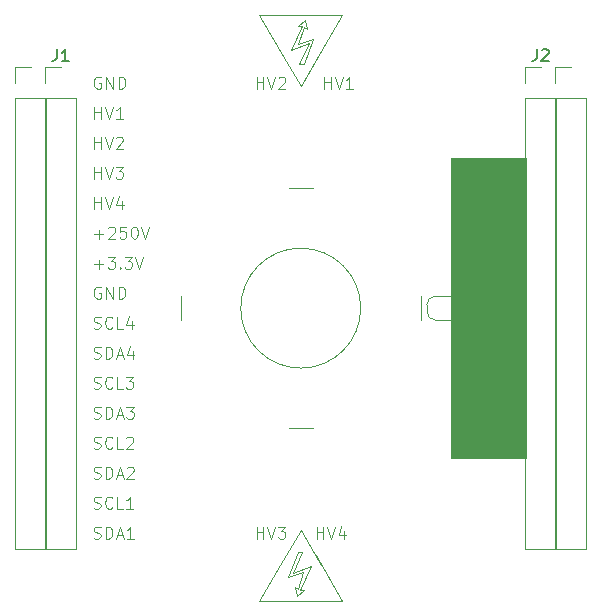
<source format=gbr>
G04 #@! TF.GenerationSoftware,KiCad,Pcbnew,8.0.6*
G04 #@! TF.CreationDate,2025-01-16T18:06:10-08:00*
G04 #@! TF.ProjectId,levitas_daughterboard,6c657669-7461-4735-9f64-617567687465,rev?*
G04 #@! TF.SameCoordinates,Original*
G04 #@! TF.FileFunction,Legend,Top*
G04 #@! TF.FilePolarity,Positive*
%FSLAX46Y46*%
G04 Gerber Fmt 4.6, Leading zero omitted, Abs format (unit mm)*
G04 Created by KiCad (PCBNEW 8.0.6) date 2025-01-16 18:06:10*
%MOMM*%
%LPD*%
G01*
G04 APERTURE LIST*
%ADD10C,0.120000*%
%ADD11C,0.100000*%
%ADD12C,0.150000*%
G04 APERTURE END LIST*
D10*
X144900915Y-109542856D02*
X144514362Y-109575422D01*
X143527982Y-67955413D02*
X141282064Y-64124588D01*
X145290163Y-65269740D02*
X145132072Y-64505530D01*
X144780000Y-64124588D02*
X148277937Y-64124588D01*
X145609473Y-110765189D02*
X144115139Y-111314954D01*
X144588657Y-66511268D02*
X145047540Y-65070949D01*
X145444861Y-66474634D02*
X144659085Y-68246732D01*
X146032018Y-109834175D02*
X148277936Y-113665000D01*
X145858859Y-66150903D02*
X144588657Y-66511268D01*
X144427928Y-113284058D02*
X145036183Y-112789712D01*
X143031031Y-110681816D02*
X144780000Y-107698630D01*
X144780000Y-70090958D02*
X143031032Y-67107773D01*
X143950527Y-67024399D02*
X145444861Y-66474634D01*
X144514362Y-109575422D02*
X143701141Y-111638685D01*
X148277937Y-64124588D02*
X146528969Y-67107772D01*
X145036183Y-112789712D02*
X144701391Y-112766011D01*
X144780000Y-113665000D02*
X141282063Y-113665000D01*
X144780000Y-107698630D02*
X146528968Y-110681815D01*
X143701141Y-111638685D02*
X144971343Y-111278320D01*
X144858609Y-65023577D02*
X143950527Y-67024399D01*
D11*
X143764000Y-99060000D02*
X145796000Y-99060000D01*
D10*
X144115139Y-111314954D02*
X144900915Y-109542856D01*
D11*
X143764000Y-78740000D02*
X145796000Y-78740000D01*
D10*
X145132072Y-64505530D02*
X144523817Y-64999876D01*
X144512460Y-112718639D02*
X144269837Y-112519848D01*
X141282063Y-113665000D02*
X143031031Y-110681816D01*
D11*
X134620000Y-87884000D02*
X134620000Y-89916000D01*
D10*
X148277936Y-113665000D02*
X144780000Y-113665000D01*
D11*
X154940000Y-87884000D02*
X154940000Y-89916000D01*
D10*
X145047540Y-65070949D02*
X145290163Y-65269740D01*
X146528969Y-67107772D02*
X144780000Y-70090958D01*
X144659085Y-68246732D02*
X145045638Y-68214166D01*
D11*
X157480000Y-76200000D02*
X163830000Y-76200000D01*
X163830000Y-101600000D01*
X157480000Y-101600000D01*
X157480000Y-76200000D01*
G36*
X157480000Y-76200000D02*
G01*
X163830000Y-76200000D01*
X163830000Y-101600000D01*
X157480000Y-101600000D01*
X157480000Y-76200000D01*
G37*
D10*
X144523817Y-64999876D02*
X144858609Y-65023577D01*
X141282064Y-64124588D02*
X144780000Y-64124588D01*
X145045638Y-68214166D02*
X145858859Y-66150903D01*
X144269837Y-112519848D02*
X144427928Y-113284058D01*
D11*
X149860000Y-88900000D02*
G75*
G02*
X139700000Y-88900000I-5080000J0D01*
G01*
X139700000Y-88900000D02*
G75*
G02*
X149860000Y-88900000I5080000J0D01*
G01*
D10*
X144701391Y-112766011D02*
X145609473Y-110765189D01*
X144971343Y-111278320D02*
X144512460Y-112718639D01*
D11*
X141049524Y-70307419D02*
X141049524Y-69307419D01*
X141049524Y-69783609D02*
X141620952Y-69783609D01*
X141620952Y-70307419D02*
X141620952Y-69307419D01*
X141954286Y-69307419D02*
X142287619Y-70307419D01*
X142287619Y-70307419D02*
X142620952Y-69307419D01*
X142906667Y-69402657D02*
X142954286Y-69355038D01*
X142954286Y-69355038D02*
X143049524Y-69307419D01*
X143049524Y-69307419D02*
X143287619Y-69307419D01*
X143287619Y-69307419D02*
X143382857Y-69355038D01*
X143382857Y-69355038D02*
X143430476Y-69402657D01*
X143430476Y-69402657D02*
X143478095Y-69497895D01*
X143478095Y-69497895D02*
X143478095Y-69593133D01*
X143478095Y-69593133D02*
X143430476Y-69735990D01*
X143430476Y-69735990D02*
X142859048Y-70307419D01*
X142859048Y-70307419D02*
X143478095Y-70307419D01*
X127303884Y-75387419D02*
X127303884Y-74387419D01*
X127303884Y-74863609D02*
X127875312Y-74863609D01*
X127875312Y-75387419D02*
X127875312Y-74387419D01*
X128208646Y-74387419D02*
X128541979Y-75387419D01*
X128541979Y-75387419D02*
X128875312Y-74387419D01*
X129161027Y-74482657D02*
X129208646Y-74435038D01*
X129208646Y-74435038D02*
X129303884Y-74387419D01*
X129303884Y-74387419D02*
X129541979Y-74387419D01*
X129541979Y-74387419D02*
X129637217Y-74435038D01*
X129637217Y-74435038D02*
X129684836Y-74482657D01*
X129684836Y-74482657D02*
X129732455Y-74577895D01*
X129732455Y-74577895D02*
X129732455Y-74673133D01*
X129732455Y-74673133D02*
X129684836Y-74815990D01*
X129684836Y-74815990D02*
X129113408Y-75387419D01*
X129113408Y-75387419D02*
X129732455Y-75387419D01*
X127256265Y-93119800D02*
X127399122Y-93167419D01*
X127399122Y-93167419D02*
X127637217Y-93167419D01*
X127637217Y-93167419D02*
X127732455Y-93119800D01*
X127732455Y-93119800D02*
X127780074Y-93072180D01*
X127780074Y-93072180D02*
X127827693Y-92976942D01*
X127827693Y-92976942D02*
X127827693Y-92881704D01*
X127827693Y-92881704D02*
X127780074Y-92786466D01*
X127780074Y-92786466D02*
X127732455Y-92738847D01*
X127732455Y-92738847D02*
X127637217Y-92691228D01*
X127637217Y-92691228D02*
X127446741Y-92643609D01*
X127446741Y-92643609D02*
X127351503Y-92595990D01*
X127351503Y-92595990D02*
X127303884Y-92548371D01*
X127303884Y-92548371D02*
X127256265Y-92453133D01*
X127256265Y-92453133D02*
X127256265Y-92357895D01*
X127256265Y-92357895D02*
X127303884Y-92262657D01*
X127303884Y-92262657D02*
X127351503Y-92215038D01*
X127351503Y-92215038D02*
X127446741Y-92167419D01*
X127446741Y-92167419D02*
X127684836Y-92167419D01*
X127684836Y-92167419D02*
X127827693Y-92215038D01*
X128256265Y-93167419D02*
X128256265Y-92167419D01*
X128256265Y-92167419D02*
X128494360Y-92167419D01*
X128494360Y-92167419D02*
X128637217Y-92215038D01*
X128637217Y-92215038D02*
X128732455Y-92310276D01*
X128732455Y-92310276D02*
X128780074Y-92405514D01*
X128780074Y-92405514D02*
X128827693Y-92595990D01*
X128827693Y-92595990D02*
X128827693Y-92738847D01*
X128827693Y-92738847D02*
X128780074Y-92929323D01*
X128780074Y-92929323D02*
X128732455Y-93024561D01*
X128732455Y-93024561D02*
X128637217Y-93119800D01*
X128637217Y-93119800D02*
X128494360Y-93167419D01*
X128494360Y-93167419D02*
X128256265Y-93167419D01*
X129208646Y-92881704D02*
X129684836Y-92881704D01*
X129113408Y-93167419D02*
X129446741Y-92167419D01*
X129446741Y-92167419D02*
X129780074Y-93167419D01*
X130541979Y-92500752D02*
X130541979Y-93167419D01*
X130303884Y-92119800D02*
X130065789Y-92834085D01*
X130065789Y-92834085D02*
X130684836Y-92834085D01*
X127303884Y-82626466D02*
X128065789Y-82626466D01*
X127684836Y-83007419D02*
X127684836Y-82245514D01*
X128494360Y-82102657D02*
X128541979Y-82055038D01*
X128541979Y-82055038D02*
X128637217Y-82007419D01*
X128637217Y-82007419D02*
X128875312Y-82007419D01*
X128875312Y-82007419D02*
X128970550Y-82055038D01*
X128970550Y-82055038D02*
X129018169Y-82102657D01*
X129018169Y-82102657D02*
X129065788Y-82197895D01*
X129065788Y-82197895D02*
X129065788Y-82293133D01*
X129065788Y-82293133D02*
X129018169Y-82435990D01*
X129018169Y-82435990D02*
X128446741Y-83007419D01*
X128446741Y-83007419D02*
X129065788Y-83007419D01*
X129970550Y-82007419D02*
X129494360Y-82007419D01*
X129494360Y-82007419D02*
X129446741Y-82483609D01*
X129446741Y-82483609D02*
X129494360Y-82435990D01*
X129494360Y-82435990D02*
X129589598Y-82388371D01*
X129589598Y-82388371D02*
X129827693Y-82388371D01*
X129827693Y-82388371D02*
X129922931Y-82435990D01*
X129922931Y-82435990D02*
X129970550Y-82483609D01*
X129970550Y-82483609D02*
X130018169Y-82578847D01*
X130018169Y-82578847D02*
X130018169Y-82816942D01*
X130018169Y-82816942D02*
X129970550Y-82912180D01*
X129970550Y-82912180D02*
X129922931Y-82959800D01*
X129922931Y-82959800D02*
X129827693Y-83007419D01*
X129827693Y-83007419D02*
X129589598Y-83007419D01*
X129589598Y-83007419D02*
X129494360Y-82959800D01*
X129494360Y-82959800D02*
X129446741Y-82912180D01*
X130637217Y-82007419D02*
X130732455Y-82007419D01*
X130732455Y-82007419D02*
X130827693Y-82055038D01*
X130827693Y-82055038D02*
X130875312Y-82102657D01*
X130875312Y-82102657D02*
X130922931Y-82197895D01*
X130922931Y-82197895D02*
X130970550Y-82388371D01*
X130970550Y-82388371D02*
X130970550Y-82626466D01*
X130970550Y-82626466D02*
X130922931Y-82816942D01*
X130922931Y-82816942D02*
X130875312Y-82912180D01*
X130875312Y-82912180D02*
X130827693Y-82959800D01*
X130827693Y-82959800D02*
X130732455Y-83007419D01*
X130732455Y-83007419D02*
X130637217Y-83007419D01*
X130637217Y-83007419D02*
X130541979Y-82959800D01*
X130541979Y-82959800D02*
X130494360Y-82912180D01*
X130494360Y-82912180D02*
X130446741Y-82816942D01*
X130446741Y-82816942D02*
X130399122Y-82626466D01*
X130399122Y-82626466D02*
X130399122Y-82388371D01*
X130399122Y-82388371D02*
X130446741Y-82197895D01*
X130446741Y-82197895D02*
X130494360Y-82102657D01*
X130494360Y-82102657D02*
X130541979Y-82055038D01*
X130541979Y-82055038D02*
X130637217Y-82007419D01*
X131256265Y-82007419D02*
X131589598Y-83007419D01*
X131589598Y-83007419D02*
X131922931Y-82007419D01*
X127256265Y-100739800D02*
X127399122Y-100787419D01*
X127399122Y-100787419D02*
X127637217Y-100787419D01*
X127637217Y-100787419D02*
X127732455Y-100739800D01*
X127732455Y-100739800D02*
X127780074Y-100692180D01*
X127780074Y-100692180D02*
X127827693Y-100596942D01*
X127827693Y-100596942D02*
X127827693Y-100501704D01*
X127827693Y-100501704D02*
X127780074Y-100406466D01*
X127780074Y-100406466D02*
X127732455Y-100358847D01*
X127732455Y-100358847D02*
X127637217Y-100311228D01*
X127637217Y-100311228D02*
X127446741Y-100263609D01*
X127446741Y-100263609D02*
X127351503Y-100215990D01*
X127351503Y-100215990D02*
X127303884Y-100168371D01*
X127303884Y-100168371D02*
X127256265Y-100073133D01*
X127256265Y-100073133D02*
X127256265Y-99977895D01*
X127256265Y-99977895D02*
X127303884Y-99882657D01*
X127303884Y-99882657D02*
X127351503Y-99835038D01*
X127351503Y-99835038D02*
X127446741Y-99787419D01*
X127446741Y-99787419D02*
X127684836Y-99787419D01*
X127684836Y-99787419D02*
X127827693Y-99835038D01*
X128827693Y-100692180D02*
X128780074Y-100739800D01*
X128780074Y-100739800D02*
X128637217Y-100787419D01*
X128637217Y-100787419D02*
X128541979Y-100787419D01*
X128541979Y-100787419D02*
X128399122Y-100739800D01*
X128399122Y-100739800D02*
X128303884Y-100644561D01*
X128303884Y-100644561D02*
X128256265Y-100549323D01*
X128256265Y-100549323D02*
X128208646Y-100358847D01*
X128208646Y-100358847D02*
X128208646Y-100215990D01*
X128208646Y-100215990D02*
X128256265Y-100025514D01*
X128256265Y-100025514D02*
X128303884Y-99930276D01*
X128303884Y-99930276D02*
X128399122Y-99835038D01*
X128399122Y-99835038D02*
X128541979Y-99787419D01*
X128541979Y-99787419D02*
X128637217Y-99787419D01*
X128637217Y-99787419D02*
X128780074Y-99835038D01*
X128780074Y-99835038D02*
X128827693Y-99882657D01*
X129732455Y-100787419D02*
X129256265Y-100787419D01*
X129256265Y-100787419D02*
X129256265Y-99787419D01*
X130018170Y-99882657D02*
X130065789Y-99835038D01*
X130065789Y-99835038D02*
X130161027Y-99787419D01*
X130161027Y-99787419D02*
X130399122Y-99787419D01*
X130399122Y-99787419D02*
X130494360Y-99835038D01*
X130494360Y-99835038D02*
X130541979Y-99882657D01*
X130541979Y-99882657D02*
X130589598Y-99977895D01*
X130589598Y-99977895D02*
X130589598Y-100073133D01*
X130589598Y-100073133D02*
X130541979Y-100215990D01*
X130541979Y-100215990D02*
X129970551Y-100787419D01*
X129970551Y-100787419D02*
X130589598Y-100787419D01*
X127256265Y-98199800D02*
X127399122Y-98247419D01*
X127399122Y-98247419D02*
X127637217Y-98247419D01*
X127637217Y-98247419D02*
X127732455Y-98199800D01*
X127732455Y-98199800D02*
X127780074Y-98152180D01*
X127780074Y-98152180D02*
X127827693Y-98056942D01*
X127827693Y-98056942D02*
X127827693Y-97961704D01*
X127827693Y-97961704D02*
X127780074Y-97866466D01*
X127780074Y-97866466D02*
X127732455Y-97818847D01*
X127732455Y-97818847D02*
X127637217Y-97771228D01*
X127637217Y-97771228D02*
X127446741Y-97723609D01*
X127446741Y-97723609D02*
X127351503Y-97675990D01*
X127351503Y-97675990D02*
X127303884Y-97628371D01*
X127303884Y-97628371D02*
X127256265Y-97533133D01*
X127256265Y-97533133D02*
X127256265Y-97437895D01*
X127256265Y-97437895D02*
X127303884Y-97342657D01*
X127303884Y-97342657D02*
X127351503Y-97295038D01*
X127351503Y-97295038D02*
X127446741Y-97247419D01*
X127446741Y-97247419D02*
X127684836Y-97247419D01*
X127684836Y-97247419D02*
X127827693Y-97295038D01*
X128256265Y-98247419D02*
X128256265Y-97247419D01*
X128256265Y-97247419D02*
X128494360Y-97247419D01*
X128494360Y-97247419D02*
X128637217Y-97295038D01*
X128637217Y-97295038D02*
X128732455Y-97390276D01*
X128732455Y-97390276D02*
X128780074Y-97485514D01*
X128780074Y-97485514D02*
X128827693Y-97675990D01*
X128827693Y-97675990D02*
X128827693Y-97818847D01*
X128827693Y-97818847D02*
X128780074Y-98009323D01*
X128780074Y-98009323D02*
X128732455Y-98104561D01*
X128732455Y-98104561D02*
X128637217Y-98199800D01*
X128637217Y-98199800D02*
X128494360Y-98247419D01*
X128494360Y-98247419D02*
X128256265Y-98247419D01*
X129208646Y-97961704D02*
X129684836Y-97961704D01*
X129113408Y-98247419D02*
X129446741Y-97247419D01*
X129446741Y-97247419D02*
X129780074Y-98247419D01*
X130018170Y-97247419D02*
X130637217Y-97247419D01*
X130637217Y-97247419D02*
X130303884Y-97628371D01*
X130303884Y-97628371D02*
X130446741Y-97628371D01*
X130446741Y-97628371D02*
X130541979Y-97675990D01*
X130541979Y-97675990D02*
X130589598Y-97723609D01*
X130589598Y-97723609D02*
X130637217Y-97818847D01*
X130637217Y-97818847D02*
X130637217Y-98056942D01*
X130637217Y-98056942D02*
X130589598Y-98152180D01*
X130589598Y-98152180D02*
X130541979Y-98199800D01*
X130541979Y-98199800D02*
X130446741Y-98247419D01*
X130446741Y-98247419D02*
X130161027Y-98247419D01*
X130161027Y-98247419D02*
X130065789Y-98199800D01*
X130065789Y-98199800D02*
X130018170Y-98152180D01*
X146129524Y-108407419D02*
X146129524Y-107407419D01*
X146129524Y-107883609D02*
X146700952Y-107883609D01*
X146700952Y-108407419D02*
X146700952Y-107407419D01*
X147034286Y-107407419D02*
X147367619Y-108407419D01*
X147367619Y-108407419D02*
X147700952Y-107407419D01*
X148462857Y-107740752D02*
X148462857Y-108407419D01*
X148224762Y-107359800D02*
X147986667Y-108074085D01*
X147986667Y-108074085D02*
X148605714Y-108074085D01*
X127256265Y-103279800D02*
X127399122Y-103327419D01*
X127399122Y-103327419D02*
X127637217Y-103327419D01*
X127637217Y-103327419D02*
X127732455Y-103279800D01*
X127732455Y-103279800D02*
X127780074Y-103232180D01*
X127780074Y-103232180D02*
X127827693Y-103136942D01*
X127827693Y-103136942D02*
X127827693Y-103041704D01*
X127827693Y-103041704D02*
X127780074Y-102946466D01*
X127780074Y-102946466D02*
X127732455Y-102898847D01*
X127732455Y-102898847D02*
X127637217Y-102851228D01*
X127637217Y-102851228D02*
X127446741Y-102803609D01*
X127446741Y-102803609D02*
X127351503Y-102755990D01*
X127351503Y-102755990D02*
X127303884Y-102708371D01*
X127303884Y-102708371D02*
X127256265Y-102613133D01*
X127256265Y-102613133D02*
X127256265Y-102517895D01*
X127256265Y-102517895D02*
X127303884Y-102422657D01*
X127303884Y-102422657D02*
X127351503Y-102375038D01*
X127351503Y-102375038D02*
X127446741Y-102327419D01*
X127446741Y-102327419D02*
X127684836Y-102327419D01*
X127684836Y-102327419D02*
X127827693Y-102375038D01*
X128256265Y-103327419D02*
X128256265Y-102327419D01*
X128256265Y-102327419D02*
X128494360Y-102327419D01*
X128494360Y-102327419D02*
X128637217Y-102375038D01*
X128637217Y-102375038D02*
X128732455Y-102470276D01*
X128732455Y-102470276D02*
X128780074Y-102565514D01*
X128780074Y-102565514D02*
X128827693Y-102755990D01*
X128827693Y-102755990D02*
X128827693Y-102898847D01*
X128827693Y-102898847D02*
X128780074Y-103089323D01*
X128780074Y-103089323D02*
X128732455Y-103184561D01*
X128732455Y-103184561D02*
X128637217Y-103279800D01*
X128637217Y-103279800D02*
X128494360Y-103327419D01*
X128494360Y-103327419D02*
X128256265Y-103327419D01*
X129208646Y-103041704D02*
X129684836Y-103041704D01*
X129113408Y-103327419D02*
X129446741Y-102327419D01*
X129446741Y-102327419D02*
X129780074Y-103327419D01*
X130065789Y-102422657D02*
X130113408Y-102375038D01*
X130113408Y-102375038D02*
X130208646Y-102327419D01*
X130208646Y-102327419D02*
X130446741Y-102327419D01*
X130446741Y-102327419D02*
X130541979Y-102375038D01*
X130541979Y-102375038D02*
X130589598Y-102422657D01*
X130589598Y-102422657D02*
X130637217Y-102517895D01*
X130637217Y-102517895D02*
X130637217Y-102613133D01*
X130637217Y-102613133D02*
X130589598Y-102755990D01*
X130589598Y-102755990D02*
X130018170Y-103327419D01*
X130018170Y-103327419D02*
X130637217Y-103327419D01*
X127827693Y-69355038D02*
X127732455Y-69307419D01*
X127732455Y-69307419D02*
X127589598Y-69307419D01*
X127589598Y-69307419D02*
X127446741Y-69355038D01*
X127446741Y-69355038D02*
X127351503Y-69450276D01*
X127351503Y-69450276D02*
X127303884Y-69545514D01*
X127303884Y-69545514D02*
X127256265Y-69735990D01*
X127256265Y-69735990D02*
X127256265Y-69878847D01*
X127256265Y-69878847D02*
X127303884Y-70069323D01*
X127303884Y-70069323D02*
X127351503Y-70164561D01*
X127351503Y-70164561D02*
X127446741Y-70259800D01*
X127446741Y-70259800D02*
X127589598Y-70307419D01*
X127589598Y-70307419D02*
X127684836Y-70307419D01*
X127684836Y-70307419D02*
X127827693Y-70259800D01*
X127827693Y-70259800D02*
X127875312Y-70212180D01*
X127875312Y-70212180D02*
X127875312Y-69878847D01*
X127875312Y-69878847D02*
X127684836Y-69878847D01*
X128303884Y-70307419D02*
X128303884Y-69307419D01*
X128303884Y-69307419D02*
X128875312Y-70307419D01*
X128875312Y-70307419D02*
X128875312Y-69307419D01*
X129351503Y-70307419D02*
X129351503Y-69307419D01*
X129351503Y-69307419D02*
X129589598Y-69307419D01*
X129589598Y-69307419D02*
X129732455Y-69355038D01*
X129732455Y-69355038D02*
X129827693Y-69450276D01*
X129827693Y-69450276D02*
X129875312Y-69545514D01*
X129875312Y-69545514D02*
X129922931Y-69735990D01*
X129922931Y-69735990D02*
X129922931Y-69878847D01*
X129922931Y-69878847D02*
X129875312Y-70069323D01*
X129875312Y-70069323D02*
X129827693Y-70164561D01*
X129827693Y-70164561D02*
X129732455Y-70259800D01*
X129732455Y-70259800D02*
X129589598Y-70307419D01*
X129589598Y-70307419D02*
X129351503Y-70307419D01*
X127256265Y-108359800D02*
X127399122Y-108407419D01*
X127399122Y-108407419D02*
X127637217Y-108407419D01*
X127637217Y-108407419D02*
X127732455Y-108359800D01*
X127732455Y-108359800D02*
X127780074Y-108312180D01*
X127780074Y-108312180D02*
X127827693Y-108216942D01*
X127827693Y-108216942D02*
X127827693Y-108121704D01*
X127827693Y-108121704D02*
X127780074Y-108026466D01*
X127780074Y-108026466D02*
X127732455Y-107978847D01*
X127732455Y-107978847D02*
X127637217Y-107931228D01*
X127637217Y-107931228D02*
X127446741Y-107883609D01*
X127446741Y-107883609D02*
X127351503Y-107835990D01*
X127351503Y-107835990D02*
X127303884Y-107788371D01*
X127303884Y-107788371D02*
X127256265Y-107693133D01*
X127256265Y-107693133D02*
X127256265Y-107597895D01*
X127256265Y-107597895D02*
X127303884Y-107502657D01*
X127303884Y-107502657D02*
X127351503Y-107455038D01*
X127351503Y-107455038D02*
X127446741Y-107407419D01*
X127446741Y-107407419D02*
X127684836Y-107407419D01*
X127684836Y-107407419D02*
X127827693Y-107455038D01*
X128256265Y-108407419D02*
X128256265Y-107407419D01*
X128256265Y-107407419D02*
X128494360Y-107407419D01*
X128494360Y-107407419D02*
X128637217Y-107455038D01*
X128637217Y-107455038D02*
X128732455Y-107550276D01*
X128732455Y-107550276D02*
X128780074Y-107645514D01*
X128780074Y-107645514D02*
X128827693Y-107835990D01*
X128827693Y-107835990D02*
X128827693Y-107978847D01*
X128827693Y-107978847D02*
X128780074Y-108169323D01*
X128780074Y-108169323D02*
X128732455Y-108264561D01*
X128732455Y-108264561D02*
X128637217Y-108359800D01*
X128637217Y-108359800D02*
X128494360Y-108407419D01*
X128494360Y-108407419D02*
X128256265Y-108407419D01*
X129208646Y-108121704D02*
X129684836Y-108121704D01*
X129113408Y-108407419D02*
X129446741Y-107407419D01*
X129446741Y-107407419D02*
X129780074Y-108407419D01*
X130637217Y-108407419D02*
X130065789Y-108407419D01*
X130351503Y-108407419D02*
X130351503Y-107407419D01*
X130351503Y-107407419D02*
X130256265Y-107550276D01*
X130256265Y-107550276D02*
X130161027Y-107645514D01*
X130161027Y-107645514D02*
X130065789Y-107693133D01*
X127256265Y-90579800D02*
X127399122Y-90627419D01*
X127399122Y-90627419D02*
X127637217Y-90627419D01*
X127637217Y-90627419D02*
X127732455Y-90579800D01*
X127732455Y-90579800D02*
X127780074Y-90532180D01*
X127780074Y-90532180D02*
X127827693Y-90436942D01*
X127827693Y-90436942D02*
X127827693Y-90341704D01*
X127827693Y-90341704D02*
X127780074Y-90246466D01*
X127780074Y-90246466D02*
X127732455Y-90198847D01*
X127732455Y-90198847D02*
X127637217Y-90151228D01*
X127637217Y-90151228D02*
X127446741Y-90103609D01*
X127446741Y-90103609D02*
X127351503Y-90055990D01*
X127351503Y-90055990D02*
X127303884Y-90008371D01*
X127303884Y-90008371D02*
X127256265Y-89913133D01*
X127256265Y-89913133D02*
X127256265Y-89817895D01*
X127256265Y-89817895D02*
X127303884Y-89722657D01*
X127303884Y-89722657D02*
X127351503Y-89675038D01*
X127351503Y-89675038D02*
X127446741Y-89627419D01*
X127446741Y-89627419D02*
X127684836Y-89627419D01*
X127684836Y-89627419D02*
X127827693Y-89675038D01*
X128827693Y-90532180D02*
X128780074Y-90579800D01*
X128780074Y-90579800D02*
X128637217Y-90627419D01*
X128637217Y-90627419D02*
X128541979Y-90627419D01*
X128541979Y-90627419D02*
X128399122Y-90579800D01*
X128399122Y-90579800D02*
X128303884Y-90484561D01*
X128303884Y-90484561D02*
X128256265Y-90389323D01*
X128256265Y-90389323D02*
X128208646Y-90198847D01*
X128208646Y-90198847D02*
X128208646Y-90055990D01*
X128208646Y-90055990D02*
X128256265Y-89865514D01*
X128256265Y-89865514D02*
X128303884Y-89770276D01*
X128303884Y-89770276D02*
X128399122Y-89675038D01*
X128399122Y-89675038D02*
X128541979Y-89627419D01*
X128541979Y-89627419D02*
X128637217Y-89627419D01*
X128637217Y-89627419D02*
X128780074Y-89675038D01*
X128780074Y-89675038D02*
X128827693Y-89722657D01*
X129732455Y-90627419D02*
X129256265Y-90627419D01*
X129256265Y-90627419D02*
X129256265Y-89627419D01*
X130494360Y-89960752D02*
X130494360Y-90627419D01*
X130256265Y-89579800D02*
X130018170Y-90294085D01*
X130018170Y-90294085D02*
X130637217Y-90294085D01*
X127827693Y-87135038D02*
X127732455Y-87087419D01*
X127732455Y-87087419D02*
X127589598Y-87087419D01*
X127589598Y-87087419D02*
X127446741Y-87135038D01*
X127446741Y-87135038D02*
X127351503Y-87230276D01*
X127351503Y-87230276D02*
X127303884Y-87325514D01*
X127303884Y-87325514D02*
X127256265Y-87515990D01*
X127256265Y-87515990D02*
X127256265Y-87658847D01*
X127256265Y-87658847D02*
X127303884Y-87849323D01*
X127303884Y-87849323D02*
X127351503Y-87944561D01*
X127351503Y-87944561D02*
X127446741Y-88039800D01*
X127446741Y-88039800D02*
X127589598Y-88087419D01*
X127589598Y-88087419D02*
X127684836Y-88087419D01*
X127684836Y-88087419D02*
X127827693Y-88039800D01*
X127827693Y-88039800D02*
X127875312Y-87992180D01*
X127875312Y-87992180D02*
X127875312Y-87658847D01*
X127875312Y-87658847D02*
X127684836Y-87658847D01*
X128303884Y-88087419D02*
X128303884Y-87087419D01*
X128303884Y-87087419D02*
X128875312Y-88087419D01*
X128875312Y-88087419D02*
X128875312Y-87087419D01*
X129351503Y-88087419D02*
X129351503Y-87087419D01*
X129351503Y-87087419D02*
X129589598Y-87087419D01*
X129589598Y-87087419D02*
X129732455Y-87135038D01*
X129732455Y-87135038D02*
X129827693Y-87230276D01*
X129827693Y-87230276D02*
X129875312Y-87325514D01*
X129875312Y-87325514D02*
X129922931Y-87515990D01*
X129922931Y-87515990D02*
X129922931Y-87658847D01*
X129922931Y-87658847D02*
X129875312Y-87849323D01*
X129875312Y-87849323D02*
X129827693Y-87944561D01*
X129827693Y-87944561D02*
X129732455Y-88039800D01*
X129732455Y-88039800D02*
X129589598Y-88087419D01*
X129589598Y-88087419D02*
X129351503Y-88087419D01*
X127303884Y-77927419D02*
X127303884Y-76927419D01*
X127303884Y-77403609D02*
X127875312Y-77403609D01*
X127875312Y-77927419D02*
X127875312Y-76927419D01*
X128208646Y-76927419D02*
X128541979Y-77927419D01*
X128541979Y-77927419D02*
X128875312Y-76927419D01*
X129113408Y-76927419D02*
X129732455Y-76927419D01*
X129732455Y-76927419D02*
X129399122Y-77308371D01*
X129399122Y-77308371D02*
X129541979Y-77308371D01*
X129541979Y-77308371D02*
X129637217Y-77355990D01*
X129637217Y-77355990D02*
X129684836Y-77403609D01*
X129684836Y-77403609D02*
X129732455Y-77498847D01*
X129732455Y-77498847D02*
X129732455Y-77736942D01*
X129732455Y-77736942D02*
X129684836Y-77832180D01*
X129684836Y-77832180D02*
X129637217Y-77879800D01*
X129637217Y-77879800D02*
X129541979Y-77927419D01*
X129541979Y-77927419D02*
X129256265Y-77927419D01*
X129256265Y-77927419D02*
X129161027Y-77879800D01*
X129161027Y-77879800D02*
X129113408Y-77832180D01*
X127256265Y-95659800D02*
X127399122Y-95707419D01*
X127399122Y-95707419D02*
X127637217Y-95707419D01*
X127637217Y-95707419D02*
X127732455Y-95659800D01*
X127732455Y-95659800D02*
X127780074Y-95612180D01*
X127780074Y-95612180D02*
X127827693Y-95516942D01*
X127827693Y-95516942D02*
X127827693Y-95421704D01*
X127827693Y-95421704D02*
X127780074Y-95326466D01*
X127780074Y-95326466D02*
X127732455Y-95278847D01*
X127732455Y-95278847D02*
X127637217Y-95231228D01*
X127637217Y-95231228D02*
X127446741Y-95183609D01*
X127446741Y-95183609D02*
X127351503Y-95135990D01*
X127351503Y-95135990D02*
X127303884Y-95088371D01*
X127303884Y-95088371D02*
X127256265Y-94993133D01*
X127256265Y-94993133D02*
X127256265Y-94897895D01*
X127256265Y-94897895D02*
X127303884Y-94802657D01*
X127303884Y-94802657D02*
X127351503Y-94755038D01*
X127351503Y-94755038D02*
X127446741Y-94707419D01*
X127446741Y-94707419D02*
X127684836Y-94707419D01*
X127684836Y-94707419D02*
X127827693Y-94755038D01*
X128827693Y-95612180D02*
X128780074Y-95659800D01*
X128780074Y-95659800D02*
X128637217Y-95707419D01*
X128637217Y-95707419D02*
X128541979Y-95707419D01*
X128541979Y-95707419D02*
X128399122Y-95659800D01*
X128399122Y-95659800D02*
X128303884Y-95564561D01*
X128303884Y-95564561D02*
X128256265Y-95469323D01*
X128256265Y-95469323D02*
X128208646Y-95278847D01*
X128208646Y-95278847D02*
X128208646Y-95135990D01*
X128208646Y-95135990D02*
X128256265Y-94945514D01*
X128256265Y-94945514D02*
X128303884Y-94850276D01*
X128303884Y-94850276D02*
X128399122Y-94755038D01*
X128399122Y-94755038D02*
X128541979Y-94707419D01*
X128541979Y-94707419D02*
X128637217Y-94707419D01*
X128637217Y-94707419D02*
X128780074Y-94755038D01*
X128780074Y-94755038D02*
X128827693Y-94802657D01*
X129732455Y-95707419D02*
X129256265Y-95707419D01*
X129256265Y-95707419D02*
X129256265Y-94707419D01*
X129970551Y-94707419D02*
X130589598Y-94707419D01*
X130589598Y-94707419D02*
X130256265Y-95088371D01*
X130256265Y-95088371D02*
X130399122Y-95088371D01*
X130399122Y-95088371D02*
X130494360Y-95135990D01*
X130494360Y-95135990D02*
X130541979Y-95183609D01*
X130541979Y-95183609D02*
X130589598Y-95278847D01*
X130589598Y-95278847D02*
X130589598Y-95516942D01*
X130589598Y-95516942D02*
X130541979Y-95612180D01*
X130541979Y-95612180D02*
X130494360Y-95659800D01*
X130494360Y-95659800D02*
X130399122Y-95707419D01*
X130399122Y-95707419D02*
X130113408Y-95707419D01*
X130113408Y-95707419D02*
X130018170Y-95659800D01*
X130018170Y-95659800D02*
X129970551Y-95612180D01*
X127303884Y-80467419D02*
X127303884Y-79467419D01*
X127303884Y-79943609D02*
X127875312Y-79943609D01*
X127875312Y-80467419D02*
X127875312Y-79467419D01*
X128208646Y-79467419D02*
X128541979Y-80467419D01*
X128541979Y-80467419D02*
X128875312Y-79467419D01*
X129637217Y-79800752D02*
X129637217Y-80467419D01*
X129399122Y-79419800D02*
X129161027Y-80134085D01*
X129161027Y-80134085D02*
X129780074Y-80134085D01*
X146764524Y-70307419D02*
X146764524Y-69307419D01*
X146764524Y-69783609D02*
X147335952Y-69783609D01*
X147335952Y-70307419D02*
X147335952Y-69307419D01*
X147669286Y-69307419D02*
X148002619Y-70307419D01*
X148002619Y-70307419D02*
X148335952Y-69307419D01*
X149193095Y-70307419D02*
X148621667Y-70307419D01*
X148907381Y-70307419D02*
X148907381Y-69307419D01*
X148907381Y-69307419D02*
X148812143Y-69450276D01*
X148812143Y-69450276D02*
X148716905Y-69545514D01*
X148716905Y-69545514D02*
X148621667Y-69593133D01*
X141049524Y-108407419D02*
X141049524Y-107407419D01*
X141049524Y-107883609D02*
X141620952Y-107883609D01*
X141620952Y-108407419D02*
X141620952Y-107407419D01*
X141954286Y-107407419D02*
X142287619Y-108407419D01*
X142287619Y-108407419D02*
X142620952Y-107407419D01*
X142859048Y-107407419D02*
X143478095Y-107407419D01*
X143478095Y-107407419D02*
X143144762Y-107788371D01*
X143144762Y-107788371D02*
X143287619Y-107788371D01*
X143287619Y-107788371D02*
X143382857Y-107835990D01*
X143382857Y-107835990D02*
X143430476Y-107883609D01*
X143430476Y-107883609D02*
X143478095Y-107978847D01*
X143478095Y-107978847D02*
X143478095Y-108216942D01*
X143478095Y-108216942D02*
X143430476Y-108312180D01*
X143430476Y-108312180D02*
X143382857Y-108359800D01*
X143382857Y-108359800D02*
X143287619Y-108407419D01*
X143287619Y-108407419D02*
X143001905Y-108407419D01*
X143001905Y-108407419D02*
X142906667Y-108359800D01*
X142906667Y-108359800D02*
X142859048Y-108312180D01*
X127256265Y-105819800D02*
X127399122Y-105867419D01*
X127399122Y-105867419D02*
X127637217Y-105867419D01*
X127637217Y-105867419D02*
X127732455Y-105819800D01*
X127732455Y-105819800D02*
X127780074Y-105772180D01*
X127780074Y-105772180D02*
X127827693Y-105676942D01*
X127827693Y-105676942D02*
X127827693Y-105581704D01*
X127827693Y-105581704D02*
X127780074Y-105486466D01*
X127780074Y-105486466D02*
X127732455Y-105438847D01*
X127732455Y-105438847D02*
X127637217Y-105391228D01*
X127637217Y-105391228D02*
X127446741Y-105343609D01*
X127446741Y-105343609D02*
X127351503Y-105295990D01*
X127351503Y-105295990D02*
X127303884Y-105248371D01*
X127303884Y-105248371D02*
X127256265Y-105153133D01*
X127256265Y-105153133D02*
X127256265Y-105057895D01*
X127256265Y-105057895D02*
X127303884Y-104962657D01*
X127303884Y-104962657D02*
X127351503Y-104915038D01*
X127351503Y-104915038D02*
X127446741Y-104867419D01*
X127446741Y-104867419D02*
X127684836Y-104867419D01*
X127684836Y-104867419D02*
X127827693Y-104915038D01*
X128827693Y-105772180D02*
X128780074Y-105819800D01*
X128780074Y-105819800D02*
X128637217Y-105867419D01*
X128637217Y-105867419D02*
X128541979Y-105867419D01*
X128541979Y-105867419D02*
X128399122Y-105819800D01*
X128399122Y-105819800D02*
X128303884Y-105724561D01*
X128303884Y-105724561D02*
X128256265Y-105629323D01*
X128256265Y-105629323D02*
X128208646Y-105438847D01*
X128208646Y-105438847D02*
X128208646Y-105295990D01*
X128208646Y-105295990D02*
X128256265Y-105105514D01*
X128256265Y-105105514D02*
X128303884Y-105010276D01*
X128303884Y-105010276D02*
X128399122Y-104915038D01*
X128399122Y-104915038D02*
X128541979Y-104867419D01*
X128541979Y-104867419D02*
X128637217Y-104867419D01*
X128637217Y-104867419D02*
X128780074Y-104915038D01*
X128780074Y-104915038D02*
X128827693Y-104962657D01*
X129732455Y-105867419D02*
X129256265Y-105867419D01*
X129256265Y-105867419D02*
X129256265Y-104867419D01*
X130589598Y-105867419D02*
X130018170Y-105867419D01*
X130303884Y-105867419D02*
X130303884Y-104867419D01*
X130303884Y-104867419D02*
X130208646Y-105010276D01*
X130208646Y-105010276D02*
X130113408Y-105105514D01*
X130113408Y-105105514D02*
X130018170Y-105153133D01*
X127303884Y-85166466D02*
X128065789Y-85166466D01*
X127684836Y-85547419D02*
X127684836Y-84785514D01*
X128446741Y-84547419D02*
X129065788Y-84547419D01*
X129065788Y-84547419D02*
X128732455Y-84928371D01*
X128732455Y-84928371D02*
X128875312Y-84928371D01*
X128875312Y-84928371D02*
X128970550Y-84975990D01*
X128970550Y-84975990D02*
X129018169Y-85023609D01*
X129018169Y-85023609D02*
X129065788Y-85118847D01*
X129065788Y-85118847D02*
X129065788Y-85356942D01*
X129065788Y-85356942D02*
X129018169Y-85452180D01*
X129018169Y-85452180D02*
X128970550Y-85499800D01*
X128970550Y-85499800D02*
X128875312Y-85547419D01*
X128875312Y-85547419D02*
X128589598Y-85547419D01*
X128589598Y-85547419D02*
X128494360Y-85499800D01*
X128494360Y-85499800D02*
X128446741Y-85452180D01*
X129494360Y-85452180D02*
X129541979Y-85499800D01*
X129541979Y-85499800D02*
X129494360Y-85547419D01*
X129494360Y-85547419D02*
X129446741Y-85499800D01*
X129446741Y-85499800D02*
X129494360Y-85452180D01*
X129494360Y-85452180D02*
X129494360Y-85547419D01*
X129875312Y-84547419D02*
X130494359Y-84547419D01*
X130494359Y-84547419D02*
X130161026Y-84928371D01*
X130161026Y-84928371D02*
X130303883Y-84928371D01*
X130303883Y-84928371D02*
X130399121Y-84975990D01*
X130399121Y-84975990D02*
X130446740Y-85023609D01*
X130446740Y-85023609D02*
X130494359Y-85118847D01*
X130494359Y-85118847D02*
X130494359Y-85356942D01*
X130494359Y-85356942D02*
X130446740Y-85452180D01*
X130446740Y-85452180D02*
X130399121Y-85499800D01*
X130399121Y-85499800D02*
X130303883Y-85547419D01*
X130303883Y-85547419D02*
X130018169Y-85547419D01*
X130018169Y-85547419D02*
X129922931Y-85499800D01*
X129922931Y-85499800D02*
X129875312Y-85452180D01*
X130780074Y-84547419D02*
X131113407Y-85547419D01*
X131113407Y-85547419D02*
X131446740Y-84547419D01*
X127303884Y-72847419D02*
X127303884Y-71847419D01*
X127303884Y-72323609D02*
X127875312Y-72323609D01*
X127875312Y-72847419D02*
X127875312Y-71847419D01*
X128208646Y-71847419D02*
X128541979Y-72847419D01*
X128541979Y-72847419D02*
X128875312Y-71847419D01*
X129732455Y-72847419D02*
X129161027Y-72847419D01*
X129446741Y-72847419D02*
X129446741Y-71847419D01*
X129446741Y-71847419D02*
X129351503Y-71990276D01*
X129351503Y-71990276D02*
X129256265Y-72085514D01*
X129256265Y-72085514D02*
X129161027Y-72133133D01*
D12*
X164766666Y-66974819D02*
X164766666Y-67689104D01*
X164766666Y-67689104D02*
X164719047Y-67831961D01*
X164719047Y-67831961D02*
X164623809Y-67927200D01*
X164623809Y-67927200D02*
X164480952Y-67974819D01*
X164480952Y-67974819D02*
X164385714Y-67974819D01*
X165195238Y-67070057D02*
X165242857Y-67022438D01*
X165242857Y-67022438D02*
X165338095Y-66974819D01*
X165338095Y-66974819D02*
X165576190Y-66974819D01*
X165576190Y-66974819D02*
X165671428Y-67022438D01*
X165671428Y-67022438D02*
X165719047Y-67070057D01*
X165719047Y-67070057D02*
X165766666Y-67165295D01*
X165766666Y-67165295D02*
X165766666Y-67260533D01*
X165766666Y-67260533D02*
X165719047Y-67403390D01*
X165719047Y-67403390D02*
X165147619Y-67974819D01*
X165147619Y-67974819D02*
X165766666Y-67974819D01*
X124126666Y-66974819D02*
X124126666Y-67689104D01*
X124126666Y-67689104D02*
X124079047Y-67831961D01*
X124079047Y-67831961D02*
X123983809Y-67927200D01*
X123983809Y-67927200D02*
X123840952Y-67974819D01*
X123840952Y-67974819D02*
X123745714Y-67974819D01*
X125126666Y-67974819D02*
X124555238Y-67974819D01*
X124840952Y-67974819D02*
X124840952Y-66974819D01*
X124840952Y-66974819D02*
X124745714Y-67117676D01*
X124745714Y-67117676D02*
X124650476Y-67212914D01*
X124650476Y-67212914D02*
X124555238Y-67260533D01*
D10*
G04 #@! TO.C,J3*
X123130000Y-68520000D02*
X124460000Y-68520000D01*
X123130000Y-69850000D02*
X123130000Y-68520000D01*
X123130000Y-71120000D02*
X123130000Y-109280000D01*
X123130000Y-71120000D02*
X125790000Y-71120000D01*
X123130000Y-109280000D02*
X125790000Y-109280000D01*
X125790000Y-71120000D02*
X125790000Y-109280000D01*
G04 #@! TO.C,J2*
X163770000Y-68520000D02*
X165100000Y-68520000D01*
X163770000Y-69850000D02*
X163770000Y-68520000D01*
X163770000Y-71120000D02*
X163770000Y-109280000D01*
X163770000Y-71120000D02*
X166430000Y-71120000D01*
X163770000Y-109280000D02*
X166430000Y-109280000D01*
X166430000Y-71120000D02*
X166430000Y-109280000D01*
G04 #@! TO.C,REF\u002A\u002A*
X155460000Y-89200000D02*
X155460000Y-88600000D01*
X156160000Y-87900000D02*
X157560000Y-87900000D01*
X157560000Y-89900000D02*
X156160000Y-89900000D01*
X158260000Y-88600000D02*
X158260000Y-89200000D01*
X155460000Y-88600000D02*
G75*
G02*
X156160000Y-87900000I699999J1D01*
G01*
X156160000Y-89900000D02*
G75*
G02*
X155460000Y-89200000I-1J699999D01*
G01*
X157560000Y-87900000D02*
G75*
G02*
X158260000Y-88600000I0J-700000D01*
G01*
X158260000Y-89200000D02*
G75*
G02*
X157560000Y-89900000I-700000J0D01*
G01*
G04 #@! TO.C,J4*
X166310000Y-68520000D02*
X167640000Y-68520000D01*
X166310000Y-69850000D02*
X166310000Y-68520000D01*
X166310000Y-71120000D02*
X166310000Y-109280000D01*
X166310000Y-71120000D02*
X168970000Y-71120000D01*
X166310000Y-109280000D02*
X168970000Y-109280000D01*
X168970000Y-71120000D02*
X168970000Y-109280000D01*
G04 #@! TO.C,J1*
X120590000Y-68520000D02*
X121920000Y-68520000D01*
X120590000Y-69850000D02*
X120590000Y-68520000D01*
X120590000Y-71120000D02*
X120590000Y-109280000D01*
X120590000Y-71120000D02*
X123250000Y-71120000D01*
X120590000Y-109280000D02*
X123250000Y-109280000D01*
X123250000Y-71120000D02*
X123250000Y-109280000D01*
G04 #@! TD*
M02*

</source>
